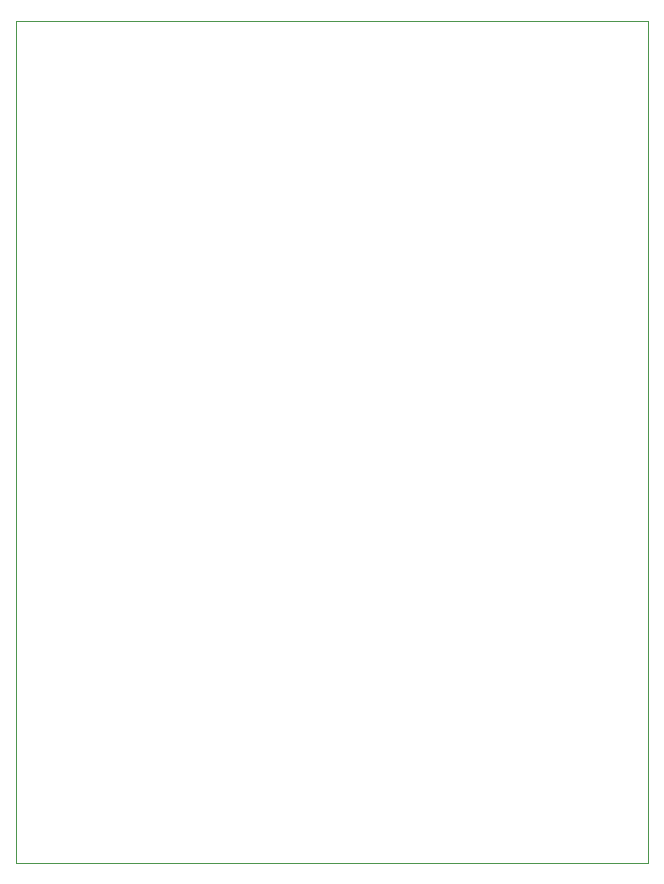
<source format=gbr>
%TF.GenerationSoftware,KiCad,Pcbnew,9.0.4*%
%TF.CreationDate,2026-01-15T15:25:04-08:00*%
%TF.ProjectId,relayBoard,72656c61-7942-46f6-9172-642e6b696361,rev?*%
%TF.SameCoordinates,Original*%
%TF.FileFunction,Profile,NP*%
%FSLAX46Y46*%
G04 Gerber Fmt 4.6, Leading zero omitted, Abs format (unit mm)*
G04 Created by KiCad (PCBNEW 9.0.4) date 2026-01-15 15:25:04*
%MOMM*%
%LPD*%
G01*
G04 APERTURE LIST*
%TA.AperFunction,Profile*%
%ADD10C,0.050000*%
%TD*%
G04 APERTURE END LIST*
D10*
X78820000Y-33520000D02*
X132340000Y-33520000D01*
X132340000Y-104760000D01*
X78820000Y-104760000D01*
X78820000Y-33520000D01*
M02*

</source>
